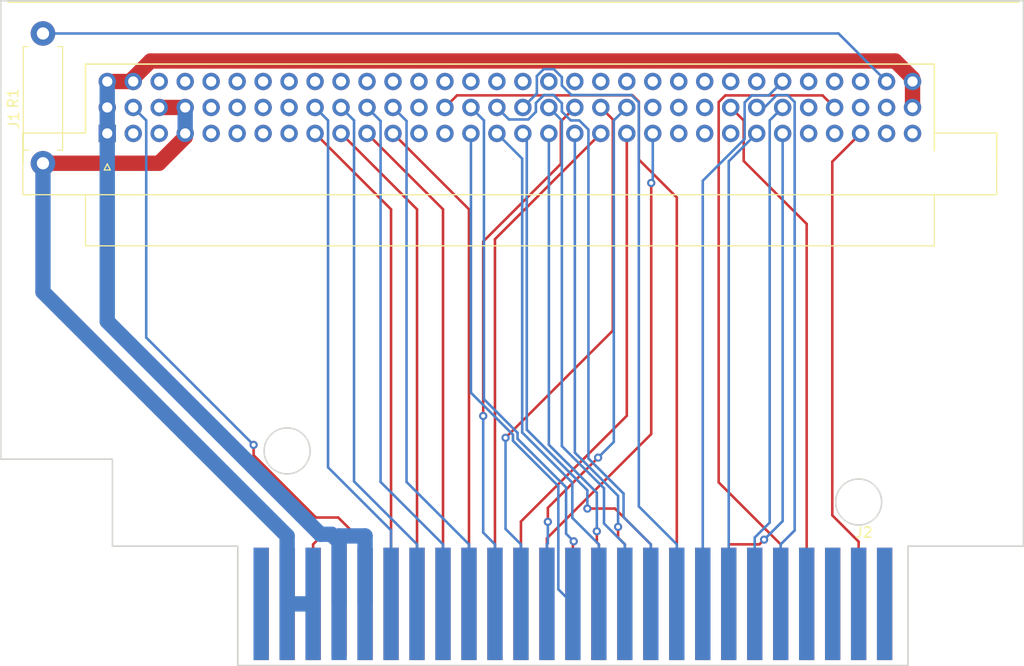
<source format=kicad_pcb>
(kicad_pcb (version 20171130) (host pcbnew "(5.1.5)-3")

  (general
    (thickness 1.6)
    (drawings 15)
    (tracks 229)
    (zones 0)
    (modules 3)
    (nets 38)
  )

  (page A4)
  (layers
    (0 F.Cu signal)
    (31 B.Cu signal)
    (32 B.Adhes user)
    (33 F.Adhes user)
    (34 B.Paste user)
    (35 F.Paste user)
    (36 B.SilkS user)
    (37 F.SilkS user)
    (38 B.Mask user)
    (39 F.Mask user)
    (40 Dwgs.User user)
    (41 Cmts.User user)
    (42 Eco1.User user)
    (43 Eco2.User user)
    (44 Edge.Cuts user)
    (45 Margin user)
    (46 B.CrtYd user)
    (47 F.CrtYd user)
    (48 B.Fab user)
    (49 F.Fab user)
  )

  (setup
    (last_trace_width 0.25)
    (user_trace_width 1.6)
    (user_trace_width 1.8)
    (user_trace_width 2)
    (trace_clearance 0.2)
    (zone_clearance 0.508)
    (zone_45_only no)
    (trace_min 0.2)
    (via_size 0.8)
    (via_drill 0.4)
    (via_min_size 0.4)
    (via_min_drill 0.3)
    (uvia_size 0.3)
    (uvia_drill 0.1)
    (uvias_allowed no)
    (uvia_min_size 0.2)
    (uvia_min_drill 0.1)
    (edge_width 0.05)
    (segment_width 0.2)
    (pcb_text_width 0.3)
    (pcb_text_size 1.5 1.5)
    (mod_edge_width 0.12)
    (mod_text_size 1 1)
    (mod_text_width 0.15)
    (pad_size 1.5 11)
    (pad_drill 0)
    (pad_to_mask_clearance 0.051)
    (solder_mask_min_width 0.25)
    (aux_axis_origin 0 0)
    (visible_elements 7FFFFFFF)
    (pcbplotparams
      (layerselection 0x010fc_ffffffff)
      (usegerberextensions false)
      (usegerberattributes false)
      (usegerberadvancedattributes false)
      (creategerberjobfile false)
      (excludeedgelayer true)
      (linewidth 0.100000)
      (plotframeref false)
      (viasonmask false)
      (mode 1)
      (useauxorigin false)
      (hpglpennumber 1)
      (hpglpenspeed 20)
      (hpglpendiameter 15.000000)
      (psnegative false)
      (psa4output false)
      (plotreference true)
      (plotvalue true)
      (plotinvisibletext false)
      (padsonsilk false)
      (subtractmaskfromsilk false)
      (outputformat 1)
      (mirror false)
      (drillshape 0)
      (scaleselection 1)
      (outputdirectory "gerber/"))
  )

  (net 0 "")
  (net 1 A10)
  (net 2 A6)
  (net 3 A8)
  (net 4 A13)
  (net 5 A0)
  (net 6 A2)
  (net 7 A4)
  (net 8 D0)
  (net 9 D2)
  (net 10 D4)
  (net 11 D6)
  (net 12 5V)
  (net 13 GND)
  (net 14 D7)
  (net 15 D5)
  (net 16 D3)
  (net 17 D1)
  (net 18 A5)
  (net 19 A3)
  (net 20 A1)
  (net 21 A12)
  (net 22 A7)
  (net 23 A11)
  (net 24 A9)
  (net 25 A15)
  (net 26 A14)
  (net 27 CLK)
  (net 28 INT01)
  (net 29 WR)
  (net 30 LIR)
  (net 31 RD)
  (net 32 IOE)
  (net 33 RESET)
  (net 34 BUSDIR)
  (net 35 SLOT)
  (net 36 "Net-(J2-Pad44)")
  (net 37 JVCREQ)

  (net_class Default "This is the default net class."
    (clearance 0.2)
    (trace_width 0.25)
    (via_dia 0.8)
    (via_drill 0.4)
    (uvia_dia 0.3)
    (uvia_drill 0.1)
    (add_net A0)
    (add_net A1)
    (add_net A10)
    (add_net A11)
    (add_net A12)
    (add_net A13)
    (add_net A14)
    (add_net A15)
    (add_net A2)
    (add_net A3)
    (add_net A4)
    (add_net A5)
    (add_net A6)
    (add_net A7)
    (add_net A8)
    (add_net A9)
    (add_net BUSDIR)
    (add_net CLK)
    (add_net D0)
    (add_net D1)
    (add_net D2)
    (add_net D3)
    (add_net D4)
    (add_net D5)
    (add_net D6)
    (add_net D7)
    (add_net INT01)
    (add_net IOE)
    (add_net JVCREQ)
    (add_net LIR)
    (add_net "Net-(J2-Pad44)")
    (add_net RD)
    (add_net RESET)
    (add_net SLOT)
    (add_net WR)
  )

  (net_class Power ""
    (clearance 0.4)
    (trace_width 1.5)
    (via_dia 2)
    (via_drill 1)
    (uvia_dia 0.3)
    (uvia_drill 0.1)
    (add_net 5V)
    (add_net GND)
  )

  (module Resistor_THT:R_Axial_DIN0411_L9.9mm_D3.6mm_P12.70mm_Horizontal (layer F.Cu) (tedit 5AE5139B) (tstamp 63AB1596)
    (at 123.126 92.9005 90)
    (descr "Resistor, Axial_DIN0411 series, Axial, Horizontal, pin pitch=12.7mm, 1W, length*diameter=9.9*3.6mm^2")
    (tags "Resistor Axial_DIN0411 series Axial Horizontal pin pitch 12.7mm 1W length 9.9mm diameter 3.6mm")
    (path /63AB4CCD)
    (fp_text reference R1 (at 6.35 -2.92 90) (layer F.SilkS)
      (effects (font (size 1 1) (thickness 0.15)))
    )
    (fp_text value 4k7 (at 6.35 2.92 90) (layer F.Fab)
      (effects (font (size 1 1) (thickness 0.15)))
    )
    (fp_text user %R (at 6.35 0 90) (layer F.Fab)
      (effects (font (size 1 1) (thickness 0.15)))
    )
    (fp_line (start 14.15 -2.05) (end -1.45 -2.05) (layer F.CrtYd) (width 0.05))
    (fp_line (start 14.15 2.05) (end 14.15 -2.05) (layer F.CrtYd) (width 0.05))
    (fp_line (start -1.45 2.05) (end 14.15 2.05) (layer F.CrtYd) (width 0.05))
    (fp_line (start -1.45 -2.05) (end -1.45 2.05) (layer F.CrtYd) (width 0.05))
    (fp_line (start 11.42 1.92) (end 11.42 1.44) (layer F.SilkS) (width 0.12))
    (fp_line (start 1.28 1.92) (end 11.42 1.92) (layer F.SilkS) (width 0.12))
    (fp_line (start 1.28 1.44) (end 1.28 1.92) (layer F.SilkS) (width 0.12))
    (fp_line (start 11.42 -1.92) (end 11.42 -1.44) (layer F.SilkS) (width 0.12))
    (fp_line (start 1.28 -1.92) (end 11.42 -1.92) (layer F.SilkS) (width 0.12))
    (fp_line (start 1.28 -1.44) (end 1.28 -1.92) (layer F.SilkS) (width 0.12))
    (fp_line (start 12.7 0) (end 11.3 0) (layer F.Fab) (width 0.1))
    (fp_line (start 0 0) (end 1.4 0) (layer F.Fab) (width 0.1))
    (fp_line (start 11.3 -1.8) (end 1.4 -1.8) (layer F.Fab) (width 0.1))
    (fp_line (start 11.3 1.8) (end 11.3 -1.8) (layer F.Fab) (width 0.1))
    (fp_line (start 1.4 1.8) (end 11.3 1.8) (layer F.Fab) (width 0.1))
    (fp_line (start 1.4 -1.8) (end 1.4 1.8) (layer F.Fab) (width 0.1))
    (pad 2 thru_hole oval (at 12.7 0 90) (size 2.4 2.4) (drill 1.2) (layers *.Cu *.Mask)
      (net 37 JVCREQ))
    (pad 1 thru_hole circle (at 0 0 90) (size 2.4 2.4) (drill 1.2) (layers *.Cu *.Mask)
      (net 12 5V))
    (model ${KISYS3DMOD}/Resistor_THT.3dshapes/R_Axial_DIN0411_L9.9mm_D3.6mm_P12.70mm_Horizontal.wrl
      (at (xyz 0 0 0))
      (scale (xyz 1 1 1))
      (rotate (xyz 0 0 0))
    )
  )

  (module Connector_DIN:Conn_DIN41612_B096F_mirrored (layer F.Cu) (tedit 63AB01B4) (tstamp 5FF90D91)
    (at 129.413 89.9795 90)
    (descr "DIN 41612 connector, family B, straight backplane part, 32 pins wide, full configuration")
    (tags "DIN 41512 IEC 60603 B straight backplane")
    (path /66FA9DBA)
    (fp_text reference J1 (at 1.27 -9.13 90) (layer F.SilkS)
      (effects (font (size 1 1) (thickness 0.15)))
    )
    (fp_text value DIN41612_03x32_ABC (at 1.27 88.17 90) (layer F.Fab)
      (effects (font (size 1 1) (thickness 0.15)))
    )
    (fp_line (start 0.04318 86.97) (end 0.04318 80.87) (layer F.SilkS) (width 0.12))
    (fp_line (start -11 -2.13) (end -6 -2.13) (layer F.SilkS) (width 0.12))
    (fp_line (start -11 80.87) (end -11 -2.13) (layer F.SilkS) (width 0.12))
    (fp_line (start -6 80.87) (end -11 80.87) (layer F.SilkS) (width 0.12))
    (fp_line (start -6 86.97) (end -2.88 86.97) (layer F.SilkS) (width 0.12))
    (fp_line (start -6 -8.255) (end -6 86.97) (layer F.SilkS) (width 0.12))
    (fp_line (start 0.04318 -8.255) (end -6 -8.255) (layer F.SilkS) (width 0.12))
    (fp_line (start 0.04318 -2.16662) (end 0.04318 -8.255) (layer F.SilkS) (width 0.12))
    (fp_line (start -6.05 -8.63) (end -6.05 87.37) (layer F.CrtYd) (width 0.05))
    (fp_line (start -6.05 87.37) (end 8.36 87.37) (layer F.CrtYd) (width 0.05))
    (fp_line (start 8.36 87.37) (end 8.36 -8.63) (layer F.CrtYd) (width 0.05))
    (fp_line (start 8.36 -8.63) (end -6.05 -8.63) (layer F.CrtYd) (width 0.05))
    (fp_line (start -1.705 -2.13) (end 6.785 -2.13) (layer F.Fab) (width 0.1))
    (fp_line (start 6.785 -2.13) (end 6.785 80.87) (layer F.Fab) (width 0.1))
    (fp_line (start 6.785 80.87) (end 1.245 80.87) (layer F.Fab) (width 0.1))
    (fp_line (start -1.705 80.87) (end -1.705 -2.13) (layer F.Fab) (width 0.1))
    (fp_line (start -2.98 0) (end -3.58 -0.3) (layer F.Fab) (width 0.12))
    (fp_line (start -3.58 -0.3) (end -3.58 0.3) (layer F.Fab) (width 0.12))
    (fp_line (start -3.58 0.3) (end -2.98 0) (layer F.Fab) (width 0.12))
    (fp_line (start -2.88 86.97) (end 0.04318 86.97) (layer F.SilkS) (width 0.15))
    (fp_line (start 6.785 80.87) (end 6.785 -2.13) (layer F.SilkS) (width 0.15))
    (fp_line (start 0.04318 -8.23) (end -2.88 -8.23) (layer F.SilkS) (width 0.15))
    (fp_line (start 0.04318 -2.13) (end 6.785 -2.13) (layer F.SilkS) (width 0.15))
    (fp_line (start 6.785 80.87) (end -1.705 80.87) (layer F.SilkS) (width 0.15))
    (fp_line (start -2.98 0) (end -3.58 -0.3) (layer F.SilkS) (width 0.12))
    (fp_line (start -3.58 -0.3) (end -3.58 0.3) (layer F.SilkS) (width 0.12))
    (fp_line (start -3.58 0.3) (end -2.98 0) (layer F.SilkS) (width 0.12))
    (fp_text user %R (at 1.27 39.37 90) (layer F.Fab)
      (effects (font (size 0.6 0.6) (thickness 0.07)))
    )
    (pad C32 thru_hole rect (at 0 0 90) (size 1.7 1.7) (drill 1) (layers *.Cu *.Mask)
      (net 13 GND))
    (pad B32 thru_hole circle (at 2.54 0 90) (size 1.7 1.7) (drill 1) (layers *.Cu *.Mask)
      (net 13 GND))
    (pad A32 thru_hole circle (at 5.08 0 90) (size 1.7 1.7) (drill 1) (layers *.Cu *.Mask)
      (net 13 GND))
    (pad C31 thru_hole circle (at 0 2.54 90) (size 1.7 1.7) (drill 1) (layers *.Cu *.Mask))
    (pad B31 thru_hole circle (at 2.54 2.54 90) (size 1.7 1.7) (drill 1) (layers *.Cu *.Mask)
      (net 27 CLK))
    (pad A31 thru_hole circle (at 5.08 2.54 90) (size 1.7 1.7) (drill 1) (layers *.Cu *.Mask)
      (net 13 GND))
    (pad C30 thru_hole circle (at 0 5.08 90) (size 1.7 1.7) (drill 1) (layers *.Cu *.Mask))
    (pad B30 thru_hole circle (at 2.54 5.08 90) (size 1.7 1.7) (drill 1) (layers *.Cu *.Mask)
      (net 12 5V))
    (pad A30 thru_hole circle (at 5.08 5.08 90) (size 1.7 1.7) (drill 1) (layers *.Cu *.Mask))
    (pad C29 thru_hole circle (at 0 7.62 90) (size 1.7 1.7) (drill 1) (layers *.Cu *.Mask)
      (net 12 5V))
    (pad B29 thru_hole circle (at 2.54 7.62 90) (size 1.7 1.7) (drill 1) (layers *.Cu *.Mask)
      (net 12 5V))
    (pad A29 thru_hole circle (at 5.08 7.62 90) (size 1.7 1.7) (drill 1) (layers *.Cu *.Mask))
    (pad C28 thru_hole circle (at 0 10.16 90) (size 1.7 1.7) (drill 1) (layers *.Cu *.Mask))
    (pad B28 thru_hole circle (at 2.54 10.16 90) (size 1.7 1.7) (drill 1) (layers *.Cu *.Mask))
    (pad A28 thru_hole circle (at 5.08 10.16 90) (size 1.7 1.7) (drill 1) (layers *.Cu *.Mask))
    (pad C27 thru_hole circle (at 0 12.7 90) (size 1.7 1.7) (drill 1) (layers *.Cu *.Mask))
    (pad B27 thru_hole circle (at 2.54 12.7 90) (size 1.7 1.7) (drill 1) (layers *.Cu *.Mask))
    (pad A27 thru_hole circle (at 5.08 12.7 90) (size 1.7 1.7) (drill 1) (layers *.Cu *.Mask))
    (pad C26 thru_hole circle (at 0 15.24 90) (size 1.7 1.7) (drill 1) (layers *.Cu *.Mask))
    (pad B26 thru_hole circle (at 2.54 15.24 90) (size 1.7 1.7) (drill 1) (layers *.Cu *.Mask))
    (pad A26 thru_hole circle (at 5.08 15.24 90) (size 1.7 1.7) (drill 1) (layers *.Cu *.Mask))
    (pad C25 thru_hole circle (at 0 17.78 90) (size 1.7 1.7) (drill 1) (layers *.Cu *.Mask))
    (pad B25 thru_hole circle (at 2.54 17.78 90) (size 1.7 1.7) (drill 1) (layers *.Cu *.Mask))
    (pad A25 thru_hole circle (at 5.08 17.78 90) (size 1.7 1.7) (drill 1) (layers *.Cu *.Mask))
    (pad C24 thru_hole circle (at 0 20.32 90) (size 1.7 1.7) (drill 1) (layers *.Cu *.Mask)
      (net 11 D6))
    (pad B24 thru_hole circle (at 2.54 20.32 90) (size 1.7 1.7) (drill 1) (layers *.Cu *.Mask)
      (net 14 D7))
    (pad A24 thru_hole circle (at 5.08 20.32 90) (size 1.7 1.7) (drill 1) (layers *.Cu *.Mask))
    (pad C23 thru_hole circle (at 0 22.86 90) (size 1.7 1.7) (drill 1) (layers *.Cu *.Mask)
      (net 10 D4))
    (pad B23 thru_hole circle (at 2.54 22.86 90) (size 1.7 1.7) (drill 1) (layers *.Cu *.Mask)
      (net 15 D5))
    (pad A23 thru_hole circle (at 5.08 22.86 90) (size 1.7 1.7) (drill 1) (layers *.Cu *.Mask))
    (pad C22 thru_hole circle (at 0 25.4 90) (size 1.7 1.7) (drill 1) (layers *.Cu *.Mask)
      (net 9 D2))
    (pad B22 thru_hole circle (at 2.54 25.4 90) (size 1.7 1.7) (drill 1) (layers *.Cu *.Mask)
      (net 16 D3))
    (pad A22 thru_hole circle (at 5.08 25.4 90) (size 1.7 1.7) (drill 1) (layers *.Cu *.Mask))
    (pad C21 thru_hole circle (at 0 27.94 90) (size 1.7 1.7) (drill 1) (layers *.Cu *.Mask)
      (net 8 D0))
    (pad B21 thru_hole circle (at 2.54 27.94 90) (size 1.7 1.7) (drill 1) (layers *.Cu *.Mask)
      (net 17 D1))
    (pad A21 thru_hole circle (at 5.08 27.94 90) (size 1.7 1.7) (drill 1) (layers *.Cu *.Mask))
    (pad C20 thru_hole circle (at 0 30.48 90) (size 1.7 1.7) (drill 1) (layers *.Cu *.Mask))
    (pad B20 thru_hole circle (at 2.54 30.48 90) (size 1.7 1.7) (drill 1) (layers *.Cu *.Mask))
    (pad A20 thru_hole circle (at 5.08 30.48 90) (size 1.7 1.7) (drill 1) (layers *.Cu *.Mask))
    (pad C19 thru_hole circle (at 0 33.02 90) (size 1.7 1.7) (drill 1) (layers *.Cu *.Mask))
    (pad B19 thru_hole circle (at 2.54 33.02 90) (size 1.7 1.7) (drill 1) (layers *.Cu *.Mask)
      (net 25 A15))
    (pad A19 thru_hole circle (at 5.08 33.02 90) (size 1.7 1.7) (drill 1) (layers *.Cu *.Mask))
    (pad C18 thru_hole circle (at 0 35.56 90) (size 1.7 1.7) (drill 1) (layers *.Cu *.Mask)
      (net 26 A14))
    (pad B18 thru_hole circle (at 2.54 35.56 90) (size 1.7 1.7) (drill 1) (layers *.Cu *.Mask)
      (net 4 A13))
    (pad A18 thru_hole circle (at 5.08 35.56 90) (size 1.7 1.7) (drill 1) (layers *.Cu *.Mask))
    (pad C17 thru_hole circle (at 0 38.1 90) (size 1.7 1.7) (drill 1) (layers *.Cu *.Mask)
      (net 21 A12))
    (pad B17 thru_hole circle (at 2.54 38.1 90) (size 1.7 1.7) (drill 1) (layers *.Cu *.Mask)
      (net 23 A11))
    (pad A17 thru_hole circle (at 5.08 38.1 90) (size 1.7 1.7) (drill 1) (layers *.Cu *.Mask))
    (pad C16 thru_hole circle (at 0 40.64 90) (size 1.7 1.7) (drill 1) (layers *.Cu *.Mask)
      (net 1 A10))
    (pad B16 thru_hole circle (at 2.54 40.64 90) (size 1.7 1.7) (drill 1) (layers *.Cu *.Mask)
      (net 24 A9))
    (pad A16 thru_hole circle (at 5.08 40.64 90) (size 1.7 1.7) (drill 1) (layers *.Cu *.Mask))
    (pad C15 thru_hole circle (at 0 43.18 90) (size 1.7 1.7) (drill 1) (layers *.Cu *.Mask)
      (net 3 A8))
    (pad B15 thru_hole circle (at 2.54 43.18 90) (size 1.7 1.7) (drill 1) (layers *.Cu *.Mask)
      (net 22 A7))
    (pad A15 thru_hole circle (at 5.08 43.18 90) (size 1.7 1.7) (drill 1) (layers *.Cu *.Mask))
    (pad C14 thru_hole circle (at 0 45.72 90) (size 1.7 1.7) (drill 1) (layers *.Cu *.Mask)
      (net 2 A6))
    (pad B14 thru_hole circle (at 2.54 45.72 90) (size 1.7 1.7) (drill 1) (layers *.Cu *.Mask)
      (net 18 A5))
    (pad A14 thru_hole circle (at 5.08 45.72 90) (size 1.7 1.7) (drill 1) (layers *.Cu *.Mask))
    (pad C13 thru_hole circle (at 0 48.26 90) (size 1.7 1.7) (drill 1) (layers *.Cu *.Mask)
      (net 7 A4))
    (pad B13 thru_hole circle (at 2.54 48.26 90) (size 1.7 1.7) (drill 1) (layers *.Cu *.Mask)
      (net 19 A3))
    (pad A13 thru_hole circle (at 5.08 48.26 90) (size 1.7 1.7) (drill 1) (layers *.Cu *.Mask))
    (pad C12 thru_hole circle (at 0 50.8 90) (size 1.7 1.7) (drill 1) (layers *.Cu *.Mask)
      (net 6 A2))
    (pad B12 thru_hole circle (at 2.54 50.8 90) (size 1.7 1.7) (drill 1) (layers *.Cu *.Mask)
      (net 20 A1))
    (pad A12 thru_hole circle (at 5.08 50.8 90) (size 1.7 1.7) (drill 1) (layers *.Cu *.Mask))
    (pad C11 thru_hole circle (at 0 53.34 90) (size 1.7 1.7) (drill 1) (layers *.Cu *.Mask)
      (net 5 A0))
    (pad B11 thru_hole circle (at 2.54 53.34 90) (size 1.7 1.7) (drill 1) (layers *.Cu *.Mask))
    (pad A11 thru_hole circle (at 5.08 53.34 90) (size 1.7 1.7) (drill 1) (layers *.Cu *.Mask))
    (pad C10 thru_hole circle (at 0 55.88 90) (size 1.7 1.7) (drill 1) (layers *.Cu *.Mask))
    (pad B10 thru_hole circle (at 2.54 55.88 90) (size 1.7 1.7) (drill 1) (layers *.Cu *.Mask))
    (pad A10 thru_hole circle (at 5.08 55.88 90) (size 1.7 1.7) (drill 1) (layers *.Cu *.Mask))
    (pad C9 thru_hole circle (at 0 58.42 90) (size 1.7 1.7) (drill 1) (layers *.Cu *.Mask))
    (pad B9 thru_hole circle (at 2.54 58.42 90) (size 1.7 1.7) (drill 1) (layers *.Cu *.Mask))
    (pad A9 thru_hole circle (at 5.08 58.42 90) (size 1.7 1.7) (drill 1) (layers *.Cu *.Mask))
    (pad C8 thru_hole circle (at 0 60.96 90) (size 1.7 1.7) (drill 1) (layers *.Cu *.Mask))
    (pad B8 thru_hole circle (at 2.54 60.96 90) (size 1.7 1.7) (drill 1) (layers *.Cu *.Mask)
      (net 28 INT01))
    (pad A8 thru_hole circle (at 5.08 60.96 90) (size 1.7 1.7) (drill 1) (layers *.Cu *.Mask))
    (pad C7 thru_hole circle (at 0 63.5 90) (size 1.7 1.7) (drill 1) (layers *.Cu *.Mask)
      (net 29 WR))
    (pad B7 thru_hole circle (at 2.54 63.5 90) (size 1.7 1.7) (drill 1) (layers *.Cu *.Mask)
      (net 30 LIR))
    (pad A7 thru_hole circle (at 5.08 63.5 90) (size 1.7 1.7) (drill 1) (layers *.Cu *.Mask))
    (pad C6 thru_hole circle (at 0 66.04 90) (size 1.7 1.7) (drill 1) (layers *.Cu *.Mask)
      (net 31 RD))
    (pad B6 thru_hole circle (at 2.54 66.04 90) (size 1.7 1.7) (drill 1) (layers *.Cu *.Mask)
      (net 32 IOE))
    (pad A6 thru_hole circle (at 5.08 66.04 90) (size 1.7 1.7) (drill 1) (layers *.Cu *.Mask)
      (net 33 RESET))
    (pad C5 thru_hole circle (at 0 68.58 90) (size 1.7 1.7) (drill 1) (layers *.Cu *.Mask))
    (pad B5 thru_hole circle (at 2.54 68.58 90) (size 1.7 1.7) (drill 1) (layers *.Cu *.Mask))
    (pad A5 thru_hole circle (at 5.08 68.58 90) (size 1.7 1.7) (drill 1) (layers *.Cu *.Mask))
    (pad C4 thru_hole circle (at 0 71.12 90) (size 1.7 1.7) (drill 1) (layers *.Cu *.Mask))
    (pad B4 thru_hole circle (at 2.54 71.12 90) (size 1.7 1.7) (drill 1) (layers *.Cu *.Mask)
      (net 34 BUSDIR))
    (pad A4 thru_hole circle (at 5.08 71.12 90) (size 1.7 1.7) (drill 1) (layers *.Cu *.Mask))
    (pad C3 thru_hole circle (at 0 73.66 90) (size 1.7 1.7) (drill 1) (layers *.Cu *.Mask)
      (net 35 SLOT))
    (pad B3 thru_hole circle (at 2.54 73.66 90) (size 1.7 1.7) (drill 1) (layers *.Cu *.Mask))
    (pad A3 thru_hole circle (at 5.08 73.66 90) (size 1.7 1.7) (drill 1) (layers *.Cu *.Mask))
    (pad C2 thru_hole circle (at 0 76.2 90) (size 1.7 1.7) (drill 1) (layers *.Cu *.Mask))
    (pad B2 thru_hole circle (at 2.54 76.2 90) (size 1.7 1.7) (drill 1) (layers *.Cu *.Mask))
    (pad A2 thru_hole circle (at 5.08 76.2 90) (size 1.7 1.7) (drill 1) (layers *.Cu *.Mask)
      (net 37 JVCREQ))
    (pad C1 thru_hole circle (at 0 78.74 90) (size 1.7 1.7) (drill 1) (layers *.Cu *.Mask))
    (pad B1 thru_hole circle (at 2.54 78.74 90) (size 1.7 1.7) (drill 1) (layers *.Cu *.Mask)
      (net 13 GND))
    (pad A1 thru_hole circle (at 5.08 78.74 90) (size 1.7 1.7) (drill 1) (layers *.Cu *.Mask)
      (net 13 GND))
    (model ${KISYS3DMOD}/Connectors_IEC_DIN.3dshapes/Conn_DIN41612_B064F.wrl
      (at (xyz 0 0 0))
      (scale (xyz 1 1 1))
      (rotate (xyz 0 0 0))
    )
  )

  (module "msx cartridge:msx_cartridge" (layer F.Cu) (tedit 63AB05FD) (tstamp 5FEBD6AC)
    (at 174.942 136.144)
    (path /6304BECE)
    (fp_text reference J2 (at 28.448 -7.112) (layer F.SilkS)
      (effects (font (size 1 1) (thickness 0.15)))
    )
    (fp_text value Conn_02x25_Odd_Even (at 0 -7.62) (layer F.Fab)
      (effects (font (size 1 1) (thickness 0.15)))
    )
    (pad 8 connect rect (at 22.86 -0.127) (size 1.5 11) (layers F.Cu F.Mask)
      (net 28 INT01))
    (pad 6 connect rect (at 25.4 -0.127) (size 1.5 11) (layers F.Cu F.Mask))
    (pad 4 connect rect (at 27.94 -0.127) (size 1.5 11) (layers F.Cu F.Mask)
      (net 35 SLOT))
    (pad 2 connect rect (at 30.48 -0.127) (size 1.5 11) (layers F.Cu F.Mask))
    (pad 10 connect rect (at 20.32 -0.127) (size 1.5 11) (layers F.Cu F.Mask)
      (net 34 BUSDIR))
    (pad 12 connect rect (at 17.78 -0.127) (size 1.5 11) (layers F.Cu F.Mask))
    (pad 14 connect rect (at 15.24 -0.127) (size 1.5 11) (layers F.Cu F.Mask)
      (net 31 RD))
    (pad 16 connect rect (at 12.7 -0.127) (size 1.5 11) (layers F.Cu F.Mask))
    (pad 18 connect rect (at 10.16 -0.127) (size 1.5 11) (layers F.Cu F.Mask)
      (net 25 A15))
    (pad 20 connect rect (at 7.62 -0.127) (size 1.5 11) (layers F.Cu F.Mask)
      (net 1 A10))
    (pad 22 connect rect (at 5.08 -0.127) (size 1.5 11) (layers F.Cu F.Mask)
      (net 2 A6))
    (pad 24 connect rect (at 2.54 -0.127) (size 1.5 11) (layers F.Cu F.Mask)
      (net 3 A8))
    (pad 26 connect rect (at 0 -0.127) (size 1.5 11) (layers F.Cu F.Mask)
      (net 4 A13))
    (pad 28 connect rect (at -2.54 -0.127) (size 1.5 11) (layers F.Cu F.Mask)
      (net 5 A0))
    (pad 30 connect rect (at -5.08 -0.127) (size 1.5 11) (layers F.Cu F.Mask)
      (net 6 A2))
    (pad 32 connect rect (at -7.62 -0.127) (size 1.5 11) (layers F.Cu F.Mask)
      (net 7 A4))
    (pad 34 connect rect (at -10.16 -0.127) (size 1.5 11) (layers F.Cu F.Mask)
      (net 8 D0))
    (pad 36 connect rect (at -12.7 -0.127) (size 1.5 11) (layers F.Cu F.Mask)
      (net 9 D2))
    (pad 38 connect rect (at -15.24 -0.127) (size 1.5 11) (layers F.Cu F.Mask)
      (net 10 D4))
    (pad 40 connect rect (at -17.78 -0.127) (size 1.5 11) (layers F.Cu F.Mask)
      (net 11 D6))
    (pad 42 connect rect (at -20.32 -0.127) (size 1.5 11) (layers F.Cu F.Mask)
      (net 27 CLK))
    (pad 44 connect rect (at -22.86 -0.52324) (size 1.5 11) (layers F.Cu F.Mask)
      (net 36 "Net-(J2-Pad44)"))
    (pad 46 connect rect (at -25.4 -0.127) (size 1.5 11) (layers F.Cu F.Mask)
      (net 36 "Net-(J2-Pad44)"))
    (pad 48 connect rect (at -27.94 -0.127) (size 1.5 11) (layers F.Cu F.Mask))
    (pad 50 connect rect (at -30.48 -0.127) (size 1.5 11) (layers F.Cu F.Mask))
    (pad 49 connect rect (at -30.48 -0.127) (size 1.5 11) (layers B.Cu B.Mask))
    (pad 47 connect rect (at -27.94 -0.127) (size 1.5 11) (layers B.Cu B.Mask)
      (net 12 5V))
    (pad 45 connect rect (at -25.4 -0.127) (size 1.5 11) (layers B.Cu B.Mask)
      (net 12 5V))
    (pad 43 connect rect (at -22.86 -0.127) (size 1.5 11) (layers B.Cu B.Mask)
      (net 13 GND))
    (pad 41 connect rect (at -20.32 -0.127) (size 1.5 11) (layers B.Cu B.Mask)
      (net 13 GND))
    (pad 39 connect rect (at -17.78 -0.127) (size 1.5 11) (layers B.Cu B.Mask)
      (net 14 D7))
    (pad 37 connect rect (at -15.24 -0.127) (size 1.5 11) (layers B.Cu B.Mask)
      (net 15 D5))
    (pad 35 connect rect (at -12.7 -0.127) (size 1.5 11) (layers B.Cu B.Mask)
      (net 16 D3))
    (pad 33 connect rect (at -10.16 -0.127) (size 1.5 11) (layers B.Cu B.Mask)
      (net 17 D1))
    (pad 31 connect rect (at -7.62 -0.127) (size 1.5 11) (layers B.Cu B.Mask)
      (net 18 A5))
    (pad 29 connect rect (at -5.08 -0.127) (size 1.5 11) (layers B.Cu B.Mask)
      (net 19 A3))
    (pad 27 connect rect (at -2.54 -0.127) (size 1.5 11) (layers B.Cu B.Mask)
      (net 20 A1))
    (pad 25 connect rect (at 0 -0.127) (size 1.5 11) (layers B.Cu B.Mask)
      (net 26 A14))
    (pad 23 connect rect (at 2.54 -0.127) (size 1.5 11) (layers B.Cu B.Mask)
      (net 21 A12))
    (pad 21 connect rect (at 5.08 -0.127) (size 1.5 11) (layers B.Cu B.Mask)
      (net 22 A7))
    (pad 19 connect rect (at 7.62 -0.127) (size 1.5 11) (layers B.Cu B.Mask)
      (net 23 A11))
    (pad 17 connect rect (at 10.16 -0.127) (size 1.5 11) (layers B.Cu B.Mask)
      (net 24 A9))
    (pad 15 connect rect (at 12.7 -0.127) (size 1.5 11) (layers B.Cu B.Mask)
      (net 33 RESET))
    (pad 13 connect rect (at 15.24 -0.127) (size 1.5 11) (layers B.Cu B.Mask)
      (net 29 WR))
    (pad 11 connect rect (at 17.78 -0.127) (size 1.5 11) (layers B.Cu B.Mask)
      (net 32 IOE))
    (pad 9 connect rect (at 20.32 -0.127) (size 1.5 11) (layers B.Cu B.Mask)
      (net 30 LIR))
    (pad 7 connect rect (at 22.86 -0.127) (size 1.5 11) (layers B.Cu B.Mask))
    (pad 5 connect rect (at 25.4 -0.127) (size 1.5 11) (layers B.Cu B.Mask))
    (pad 3 connect rect (at 27.94 -0.127) (size 1.5 11) (layers B.Cu B.Mask))
    (pad 1 connect rect (at 30.48 -0.127) (size 1.5 11) (layers B.Cu B.Mask))
  )

  (gr_line (start 119.6975 77.1525) (end 218.567 77.1525) (layer F.SilkS) (width 0.12))
  (gr_line (start 129.921 121.8565) (end 119 121.8565) (layer Edge.Cuts) (width 0.15))
  (gr_line (start 129.921 130.3655) (end 129.921 121.8565) (layer Edge.Cuts) (width 0.15))
  (gr_circle (center 202.8825 126.049) (end 205.1325 126.049) (layer Edge.Cuts) (width 0.15) (tstamp 5FEB485F))
  (gr_line (start 207.7085 130.3655) (end 207.7085 142.0495) (angle 90) (layer Edge.Cuts) (width 0.15) (tstamp 5FEB4868))
  (gr_line (start 207.4545 142.0495) (end 142.4305 142.0495) (angle 90) (layer Edge.Cuts) (width 0.15) (tstamp 5FEB4867))
  (gr_line (start 142.1765 142.0495) (end 142.1765 130.3655) (angle 90) (layer Edge.Cuts) (width 0.15) (tstamp 5FEB4866))
  (gr_line (start 119 77) (end 219 77) (angle 90) (layer Edge.Cuts) (width 0.15) (tstamp 5FEB4864))
  (gr_line (start 142.1765 130.3655) (end 129.921 130.3655) (angle 90) (layer Edge.Cuts) (width 0.15) (tstamp 5FEB4863))
  (gr_line (start 142.1765 142.0495) (end 142.4305 142.0495) (angle 90) (layer Edge.Cuts) (width 0.15) (tstamp 5FEB4862))
  (gr_line (start 207.7085 142.0495) (end 207.4545 142.0495) (angle 90) (layer Edge.Cuts) (width 0.15) (tstamp 5FEB4861))
  (gr_line (start 219 77) (end 219 130.3655) (angle 90) (layer Edge.Cuts) (width 0.15) (tstamp 5FEB4860))
  (gr_circle (center 147 121.049) (end 149.25 121.049) (layer Edge.Cuts) (width 0.15) (tstamp 5FEB485E))
  (gr_line (start 119 121.8565) (end 119 77) (angle 90) (layer Edge.Cuts) (width 0.15) (tstamp 5FEB485D))
  (gr_line (start 207.7085 130.3655) (end 219 130.3655) (angle 90) (layer Edge.Cuts) (width 0.15) (tstamp 5FEB485C))

  (segment (start 170.053 89.9795) (end 170.4338 90.3603) (width 0.25) (layer B.Cu) (net 1))
  (segment (start 170.4338 90.3603) (end 170.4338 118.9694) (width 0.25) (layer B.Cu) (net 1))
  (segment (start 170.4338 118.9694) (end 176.357 124.8926) (width 0.25) (layer B.Cu) (net 1))
  (segment (start 176.357 124.8926) (end 176.357 126.691) (width 0.25) (layer B.Cu) (net 1))
  (segment (start 182.562 130.1917) (end 179.0613 126.691) (width 0.25) (layer F.Cu) (net 1))
  (segment (start 179.0613 126.691) (end 176.357 126.691) (width 0.25) (layer F.Cu) (net 1))
  (segment (start 182.562 136.017) (end 182.562 130.1917) (width 0.25) (layer F.Cu) (net 1))
  (via (at 176.357 126.691) (size 0.8) (layers F.Cu B.Cu) (net 1))
  (segment (start 180.022 130.1917) (end 179.361 129.5307) (width 0.25) (layer F.Cu) (net 2))
  (segment (start 179.361 129.5307) (end 179.361 128.4808) (width 0.25) (layer F.Cu) (net 2))
  (segment (start 175.133 89.9795) (end 175.133 121.2141) (width 0.25) (layer B.Cu) (net 2))
  (segment (start 175.133 121.2141) (end 179.361 125.4421) (width 0.25) (layer B.Cu) (net 2))
  (segment (start 179.361 125.4421) (end 179.361 128.4808) (width 0.25) (layer B.Cu) (net 2))
  (segment (start 180.022 136.017) (end 180.022 130.1917) (width 0.25) (layer F.Cu) (net 2))
  (via (at 179.361 128.4808) (size 0.8) (layers F.Cu B.Cu) (net 2))
  (segment (start 177.482 136.017) (end 177.482 130.1917) (width 0.25) (layer F.Cu) (net 3))
  (segment (start 177.482 130.1917) (end 177.2832 129.9929) (width 0.25) (layer F.Cu) (net 3))
  (segment (start 177.2832 129.9929) (end 177.2832 128.9123) (width 0.25) (layer F.Cu) (net 3))
  (segment (start 172.593 89.9795) (end 172.593 120.4451) (width 0.25) (layer B.Cu) (net 3))
  (segment (start 172.593 120.4451) (end 177.2832 125.1353) (width 0.25) (layer B.Cu) (net 3))
  (segment (start 177.2832 125.1353) (end 177.2832 128.9123) (width 0.25) (layer B.Cu) (net 3))
  (via (at 177.2832 128.9123) (size 0.8) (layers F.Cu B.Cu) (net 3))
  (segment (start 175.0251 129.8956) (end 174.2765 129.147) (width 0.25) (layer B.Cu) (net 4))
  (segment (start 174.2765 129.147) (end 174.2765 124.6113) (width 0.25) (layer B.Cu) (net 4))
  (segment (start 174.2765 124.6113) (end 169.5332 119.868) (width 0.25) (layer B.Cu) (net 4))
  (segment (start 169.5332 119.868) (end 169.5332 119.2762) (width 0.25) (layer B.Cu) (net 4))
  (segment (start 169.5332 119.2762) (end 166.243 115.986) (width 0.25) (layer B.Cu) (net 4))
  (segment (start 166.243 115.986) (end 166.243 88.7095) (width 0.25) (layer B.Cu) (net 4))
  (segment (start 166.243 88.7095) (end 164.973 87.4395) (width 0.25) (layer B.Cu) (net 4))
  (segment (start 174.942 136.017) (end 174.942 130.1917) (width 0.25) (layer F.Cu) (net 4))
  (segment (start 174.942 130.1917) (end 175.0251 130.1086) (width 0.25) (layer F.Cu) (net 4))
  (segment (start 175.0251 130.1086) (end 175.0251 129.8956) (width 0.25) (layer F.Cu) (net 4))
  (via (at 175.0251 129.8956) (size 0.8) (layers F.Cu B.Cu) (net 4))
  (segment (start 182.6021 94.8277) (end 182.753 94.6768) (width 0.25) (layer B.Cu) (net 5))
  (segment (start 182.753 94.6768) (end 182.753 89.9795) (width 0.25) (layer B.Cu) (net 5))
  (segment (start 172.402 136.017) (end 172.402 129.6024) (width 0.25) (layer F.Cu) (net 5))
  (segment (start 172.402 129.6024) (end 182.6021 119.4023) (width 0.25) (layer F.Cu) (net 5))
  (segment (start 182.6021 119.4023) (end 182.6021 94.8277) (width 0.25) (layer F.Cu) (net 5))
  (via (at 182.6021 94.8277) (size 0.8) (layers F.Cu B.Cu) (net 5))
  (segment (start 180.213 89.9795) (end 180.213 117.6082) (width 0.25) (layer F.Cu) (net 6))
  (segment (start 180.213 117.6082) (end 169.862 127.9592) (width 0.25) (layer F.Cu) (net 6))
  (segment (start 169.862 127.9592) (end 169.862 136.017) (width 0.25) (layer F.Cu) (net 6))
  (segment (start 167.322 136.017) (end 167.322 130.1917) (width 0.25) (layer F.Cu) (net 7))
  (segment (start 177.673 89.9795) (end 167.322 100.3305) (width 0.25) (layer F.Cu) (net 7))
  (segment (start 167.322 100.3305) (end 167.322 130.1917) (width 0.25) (layer F.Cu) (net 7))
  (segment (start 164.782 136.017) (end 164.782 97.4085) (width 0.25) (layer F.Cu) (net 8))
  (segment (start 164.782 97.4085) (end 157.353 89.9795) (width 0.25) (layer F.Cu) (net 8))
  (segment (start 154.813 89.9795) (end 162.242 97.4085) (width 0.25) (layer F.Cu) (net 9))
  (segment (start 162.242 97.4085) (end 162.242 136.017) (width 0.25) (layer F.Cu) (net 9))
  (segment (start 152.273 89.9795) (end 159.702 97.4085) (width 0.25) (layer F.Cu) (net 10))
  (segment (start 159.702 97.4085) (end 159.702 136.017) (width 0.25) (layer F.Cu) (net 10))
  (segment (start 149.733 89.9795) (end 157.162 97.4085) (width 0.25) (layer F.Cu) (net 11))
  (segment (start 157.162 97.4085) (end 157.162 136.017) (width 0.25) (layer F.Cu) (net 11))
  (segment (start 123.126 92.9005) (end 134.4684 92.9005) (width 1.5) (layer F.Cu) (net 12))
  (segment (start 134.4684 92.9005) (end 137.033 90.3359) (width 1.5) (layer F.Cu) (net 12))
  (segment (start 137.033 90.3359) (end 137.033 89.9795) (width 1.5) (layer F.Cu) (net 12))
  (segment (start 137.033 87.4395) (end 134.493 87.4395) (width 1.5) (layer F.Cu) (net 12))
  (segment (start 137.033 87.4395) (end 137.033 89.9795) (width 1.5) (layer B.Cu) (net 12))
  (segment (start 147.002 136.017) (end 147.002 129.3667) (width 1.5) (layer B.Cu) (net 12))
  (segment (start 147.002 129.3667) (end 123.126 105.4907) (width 1.5) (layer B.Cu) (net 12))
  (segment (start 123.126 105.4907) (end 123.126 92.9005) (width 1.5) (layer B.Cu) (net 12))
  (segment (start 149.542 136.017) (end 147.002 136.017) (width 1.5) (layer B.Cu) (net 12))
  (segment (start 208.153 84.8995) (end 208.153 87.4395) (width 1.5) (layer F.Cu) (net 13))
  (segment (start 131.953 84.8995) (end 131.953 84.582) (width 1.5) (layer F.Cu) (net 13))
  (segment (start 131.953 84.582) (end 133.642 82.893) (width 1.5) (layer F.Cu) (net 13))
  (segment (start 133.642 82.893) (end 206.4652 82.893) (width 1.5) (layer F.Cu) (net 13))
  (segment (start 206.4652 82.893) (end 208.153 84.5808) (width 1.5) (layer F.Cu) (net 13))
  (segment (start 208.153 84.5808) (end 208.153 84.8995) (width 1.5) (layer F.Cu) (net 13))
  (segment (start 129.413 89.9795) (end 129.413 87.4395) (width 1.5) (layer B.Cu) (net 13))
  (segment (start 152.082 129.9544) (end 151.3332 129.2056) (width 1.5) (layer B.Cu) (net 13))
  (segment (start 151.3332 129.2056) (end 150.2462 129.2056) (width 1.5) (layer B.Cu) (net 13))
  (segment (start 150.2462 129.2056) (end 129.413 108.3724) (width 1.5) (layer B.Cu) (net 13))
  (segment (start 129.413 108.3724) (end 129.413 89.9795) (width 1.5) (layer B.Cu) (net 13))
  (segment (start 131.953 84.8995) (end 129.413 84.8995) (width 1.5) (layer F.Cu) (net 13))
  (segment (start 129.413 84.8995) (end 129.413 87.4395) (width 1.5) (layer B.Cu) (net 13))
  (segment (start 152.082 129.9544) (end 152.082 129.3667) (width 1.5) (layer B.Cu) (net 13))
  (segment (start 152.082 136.017) (end 152.082 129.9544) (width 1.5) (layer B.Cu) (net 13))
  (segment (start 154.622 136.017) (end 154.622 129.3667) (width 1.5) (layer B.Cu) (net 13))
  (segment (start 154.622 129.3667) (end 152.082 129.3667) (width 1.5) (layer B.Cu) (net 13))
  (segment (start 149.733 87.4395) (end 151.003 88.7095) (width 0.25) (layer B.Cu) (net 14))
  (segment (start 151.003 88.7095) (end 151.003 122.6588) (width 0.25) (layer B.Cu) (net 14))
  (segment (start 151.003 122.6588) (end 157.162 128.8178) (width 0.25) (layer B.Cu) (net 14))
  (segment (start 157.162 128.8178) (end 157.162 130.1917) (width 0.25) (layer B.Cu) (net 14))
  (segment (start 157.162 136.017) (end 157.162 130.1917) (width 0.25) (layer B.Cu) (net 14))
  (segment (start 159.702 136.017) (end 159.702 130.1917) (width 0.25) (layer B.Cu) (net 15))
  (segment (start 159.702 130.1917) (end 153.543 124.0327) (width 0.25) (layer B.Cu) (net 15))
  (segment (start 153.543 124.0327) (end 153.543 88.7095) (width 0.25) (layer B.Cu) (net 15))
  (segment (start 153.543 88.7095) (end 152.273 87.4395) (width 0.25) (layer B.Cu) (net 15))
  (segment (start 162.242 130.1917) (end 156.1375 124.0872) (width 0.25) (layer B.Cu) (net 16))
  (segment (start 156.1375 124.0872) (end 156.1375 88.764) (width 0.25) (layer B.Cu) (net 16))
  (segment (start 156.1375 88.764) (end 154.813 87.4395) (width 0.25) (layer B.Cu) (net 16))
  (segment (start 162.242 136.017) (end 162.242 130.1917) (width 0.25) (layer B.Cu) (net 16))
  (segment (start 164.782 130.1917) (end 158.6775 124.0872) (width 0.25) (layer B.Cu) (net 17))
  (segment (start 158.6775 124.0872) (end 158.6775 88.764) (width 0.25) (layer B.Cu) (net 17))
  (segment (start 158.6775 88.764) (end 157.353 87.4395) (width 0.25) (layer B.Cu) (net 17))
  (segment (start 164.782 136.017) (end 164.782 130.1917) (width 0.25) (layer B.Cu) (net 17))
  (segment (start 166.1719 117.6264) (end 166.1719 100.5596) (width 0.25) (layer F.Cu) (net 18))
  (segment (start 166.1719 100.5596) (end 173.7684 92.9631) (width 0.25) (layer F.Cu) (net 18))
  (segment (start 173.7684 92.9631) (end 173.7684 88.8041) (width 0.25) (layer F.Cu) (net 18))
  (segment (start 173.7684 88.8041) (end 175.133 87.4395) (width 0.25) (layer F.Cu) (net 18))
  (segment (start 167.322 130.1917) (end 166.1719 129.0416) (width 0.25) (layer B.Cu) (net 18))
  (segment (start 166.1719 129.0416) (end 166.1719 117.6264) (width 0.25) (layer B.Cu) (net 18))
  (segment (start 167.322 136.017) (end 167.322 130.1917) (width 0.25) (layer B.Cu) (net 18))
  (via (at 166.1719 117.6264) (size 0.8) (layers F.Cu B.Cu) (net 18))
  (segment (start 169.862 136.017) (end 169.862 130.1917) (width 0.25) (layer B.Cu) (net 19))
  (segment (start 168.3576 119.7633) (end 178.8484 109.2725) (width 0.25) (layer F.Cu) (net 19))
  (segment (start 178.8484 109.2725) (end 178.8484 88.6149) (width 0.25) (layer F.Cu) (net 19))
  (segment (start 178.8484 88.6149) (end 177.673 87.4395) (width 0.25) (layer F.Cu) (net 19))
  (segment (start 169.862 130.1917) (end 168.3576 128.6873) (width 0.25) (layer B.Cu) (net 19))
  (segment (start 168.3576 128.6873) (end 168.3576 119.7633) (width 0.25) (layer B.Cu) (net 19))
  (via (at 168.3576 119.7633) (size 0.8) (layers F.Cu B.Cu) (net 19))
  (segment (start 172.4936 127.9857) (end 172.4936 126.6169) (width 0.25) (layer F.Cu) (net 20))
  (segment (start 172.4936 126.6169) (end 177.4068 121.7037) (width 0.25) (layer F.Cu) (net 20))
  (segment (start 180.213 87.4395) (end 178.943 88.7095) (width 0.25) (layer B.Cu) (net 20))
  (segment (start 178.943 88.7095) (end 178.943 120.1675) (width 0.25) (layer B.Cu) (net 20))
  (segment (start 178.943 120.1675) (end 177.4068 121.7037) (width 0.25) (layer B.Cu) (net 20))
  (segment (start 172.402 130.1917) (end 172.4936 130.1001) (width 0.25) (layer B.Cu) (net 20))
  (segment (start 172.4936 130.1001) (end 172.4936 127.9857) (width 0.25) (layer B.Cu) (net 20))
  (segment (start 172.402 136.017) (end 172.402 130.1917) (width 0.25) (layer B.Cu) (net 20))
  (via (at 177.4068 121.7037) (size 0.8) (layers F.Cu B.Cu) (net 20))
  (via (at 172.4936 127.9857) (size 0.8) (layers F.Cu B.Cu) (net 20))
  (segment (start 177.482 130.1917) (end 174.8859 127.5956) (width 0.25) (layer B.Cu) (net 21))
  (segment (start 174.8859 127.5956) (end 174.8859 124.1516) (width 0.25) (layer B.Cu) (net 21))
  (segment (start 174.8859 124.1516) (end 169.9835 119.2492) (width 0.25) (layer B.Cu) (net 21))
  (segment (start 169.9835 119.2492) (end 169.9835 92.45) (width 0.25) (layer B.Cu) (net 21))
  (segment (start 169.9835 92.45) (end 167.513 89.9795) (width 0.25) (layer B.Cu) (net 21))
  (segment (start 177.482 136.017) (end 177.482 130.1917) (width 0.25) (layer B.Cu) (net 21))
  (segment (start 180.022 130.1917) (end 177.9829 128.1526) (width 0.25) (layer B.Cu) (net 22))
  (segment (start 177.9829 128.1526) (end 177.9829 124.7009) (width 0.25) (layer B.Cu) (net 22))
  (segment (start 177.9829 124.7009) (end 173.863 120.581) (width 0.25) (layer B.Cu) (net 22))
  (segment (start 173.863 120.581) (end 173.863 88.7095) (width 0.25) (layer B.Cu) (net 22))
  (segment (start 173.863 88.7095) (end 172.593 87.4395) (width 0.25) (layer B.Cu) (net 22))
  (segment (start 180.022 136.017) (end 180.022 130.1917) (width 0.25) (layer B.Cu) (net 22))
  (segment (start 182.562 130.1917) (end 179.8964 127.5261) (width 0.25) (layer B.Cu) (net 23))
  (segment (start 179.8964 127.5261) (end 179.8964 125.2222) (width 0.25) (layer B.Cu) (net 23))
  (segment (start 179.8964 125.2222) (end 176.462 121.7878) (width 0.25) (layer B.Cu) (net 23))
  (segment (start 176.462 121.7878) (end 176.462 89.6075) (width 0.25) (layer B.Cu) (net 23))
  (segment (start 176.462 89.6075) (end 175.564 88.7095) (width 0.25) (layer B.Cu) (net 23))
  (segment (start 175.564 88.7095) (end 174.7366 88.7095) (width 0.25) (layer B.Cu) (net 23))
  (segment (start 174.7366 88.7095) (end 173.863 87.8359) (width 0.25) (layer B.Cu) (net 23))
  (segment (start 173.863 87.8359) (end 173.863 87.027) (width 0.25) (layer B.Cu) (net 23))
  (segment (start 173.863 87.027) (end 173.0579 86.2219) (width 0.25) (layer B.Cu) (net 23))
  (segment (start 173.0579 86.2219) (end 172.11 86.2219) (width 0.25) (layer B.Cu) (net 23))
  (segment (start 172.11 86.2219) (end 171.3236 87.0083) (width 0.25) (layer B.Cu) (net 23))
  (segment (start 171.3236 87.0083) (end 171.3236 87.8699) (width 0.25) (layer B.Cu) (net 23))
  (segment (start 171.3236 87.8699) (end 170.5786 88.6149) (width 0.25) (layer B.Cu) (net 23))
  (segment (start 170.5786 88.6149) (end 168.6884 88.6149) (width 0.25) (layer B.Cu) (net 23))
  (segment (start 168.6884 88.6149) (end 167.513 87.4395) (width 0.25) (layer B.Cu) (net 23))
  (segment (start 182.562 136.017) (end 182.562 130.1917) (width 0.25) (layer B.Cu) (net 23))
  (segment (start 185.102 136.017) (end 185.102 130.1917) (width 0.25) (layer B.Cu) (net 24))
  (segment (start 185.102 130.1917) (end 181.3885 126.4782) (width 0.25) (layer B.Cu) (net 24))
  (segment (start 181.3885 126.4782) (end 181.3885 86.9479) (width 0.25) (layer B.Cu) (net 24))
  (segment (start 181.3885 86.9479) (end 180.6627 86.2221) (width 0.25) (layer B.Cu) (net 24))
  (segment (start 180.6627 86.2221) (end 174.7913 86.2221) (width 0.25) (layer B.Cu) (net 24))
  (segment (start 174.7913 86.2221) (end 173.863 85.2938) (width 0.25) (layer B.Cu) (net 24))
  (segment (start 173.863 85.2938) (end 173.863 84.4789) (width 0.25) (layer B.Cu) (net 24))
  (segment (start 173.863 84.4789) (end 173.0754 83.6913) (width 0.25) (layer B.Cu) (net 24))
  (segment (start 173.0754 83.6913) (end 172.0891 83.6913) (width 0.25) (layer B.Cu) (net 24))
  (segment (start 172.0891 83.6913) (end 171.4176 84.3628) (width 0.25) (layer B.Cu) (net 24))
  (segment (start 171.4176 84.3628) (end 171.4176 86.0749) (width 0.25) (layer B.Cu) (net 24))
  (segment (start 171.4176 86.0749) (end 170.053 87.4395) (width 0.25) (layer B.Cu) (net 24))
  (segment (start 185.102 136.017) (end 185.102 96.2511) (width 0.25) (layer F.Cu) (net 25))
  (segment (start 185.102 96.2511) (end 181.3884 92.5375) (width 0.25) (layer F.Cu) (net 25))
  (segment (start 181.3884 92.5375) (end 181.3884 86.866) (width 0.25) (layer F.Cu) (net 25))
  (segment (start 181.3884 86.866) (end 180.779 86.2566) (width 0.25) (layer F.Cu) (net 25))
  (segment (start 180.779 86.2566) (end 163.6159 86.2566) (width 0.25) (layer F.Cu) (net 25))
  (segment (start 163.6159 86.2566) (end 162.433 87.4395) (width 0.25) (layer F.Cu) (net 25))
  (segment (start 174.942 136.017) (end 173.5188 134.5938) (width 0.25) (layer B.Cu) (net 26))
  (segment (start 173.5188 134.5938) (end 173.5188 124.4905) (width 0.25) (layer B.Cu) (net 26))
  (segment (start 173.5188 124.4905) (end 169.0829 120.0546) (width 0.25) (layer B.Cu) (net 26))
  (segment (start 169.0829 120.0546) (end 169.0829 119.4628) (width 0.25) (layer B.Cu) (net 26))
  (segment (start 169.0829 119.4628) (end 164.973 115.3529) (width 0.25) (layer B.Cu) (net 26))
  (segment (start 164.973 115.3529) (end 164.973 89.9795) (width 0.25) (layer B.Cu) (net 26))
  (segment (start 143.7231 120.4585) (end 143.7231 121.4689) (width 0.25) (layer F.Cu) (net 27))
  (segment (start 143.7231 121.4689) (end 149.8206 127.5664) (width 0.25) (layer F.Cu) (net 27))
  (segment (start 149.8206 127.5664) (end 151.9967 127.5664) (width 0.25) (layer F.Cu) (net 27))
  (segment (start 151.9967 127.5664) (end 154.622 130.1917) (width 0.25) (layer F.Cu) (net 27))
  (segment (start 154.622 136.017) (end 154.622 130.1917) (width 0.25) (layer F.Cu) (net 27))
  (segment (start 131.953 87.4395) (end 133.223 88.7095) (width 0.25) (layer B.Cu) (net 27))
  (segment (start 133.223 88.7095) (end 133.223 109.9584) (width 0.25) (layer B.Cu) (net 27))
  (segment (start 133.223 109.9584) (end 143.7231 120.4585) (width 0.25) (layer B.Cu) (net 27))
  (via (at 143.7231 120.4585) (size 0.8) (layers F.Cu B.Cu) (net 27))
  (segment (start 197.802 136.017) (end 197.802 98.8373) (width 0.25) (layer F.Cu) (net 28))
  (segment (start 197.802 98.8373) (end 191.643 92.6783) (width 0.25) (layer F.Cu) (net 28))
  (segment (start 191.643 92.6783) (end 191.643 88.7095) (width 0.25) (layer F.Cu) (net 28))
  (segment (start 191.643 88.7095) (end 190.373 87.4395) (width 0.25) (layer F.Cu) (net 28))
  (segment (start 190.182 136.017) (end 190.182 92.7105) (width 0.25) (layer B.Cu) (net 29))
  (segment (start 190.182 92.7105) (end 192.913 89.9795) (width 0.25) (layer B.Cu) (net 29))
  (segment (start 195.262 136.017) (end 195.262 130.1917) (width 0.25) (layer B.Cu) (net 30))
  (segment (start 195.262 130.1917) (end 196.6284 128.8253) (width 0.25) (layer B.Cu) (net 30))
  (segment (start 196.6284 128.8253) (end 196.6284 86.9139) (width 0.25) (layer B.Cu) (net 30))
  (segment (start 196.6284 86.9139) (end 195.9493 86.2348) (width 0.25) (layer B.Cu) (net 30))
  (segment (start 195.9493 86.2348) (end 194.875 86.2348) (width 0.25) (layer B.Cu) (net 30))
  (segment (start 194.875 86.2348) (end 193.6703 87.4395) (width 0.25) (layer B.Cu) (net 30))
  (segment (start 193.6703 87.4395) (end 192.913 87.4395) (width 0.25) (layer B.Cu) (net 30))
  (segment (start 190.182 136.017) (end 190.182 130.1917) (width 0.25) (layer F.Cu) (net 31))
  (segment (start 193.6398 129.7298) (end 195.453 127.9166) (width 0.25) (layer B.Cu) (net 31))
  (segment (start 195.453 127.9166) (end 195.453 89.9795) (width 0.25) (layer B.Cu) (net 31))
  (segment (start 190.182 130.1917) (end 193.1779 130.1917) (width 0.25) (layer F.Cu) (net 31))
  (segment (start 193.1779 130.1917) (end 193.6398 129.7298) (width 0.25) (layer F.Cu) (net 31))
  (via (at 193.6398 129.7298) (size 0.8) (layers F.Cu B.Cu) (net 31))
  (segment (start 195.453 87.4395) (end 194.1867 88.7058) (width 0.25) (layer B.Cu) (net 32))
  (segment (start 194.1867 88.7058) (end 194.1867 128.0595) (width 0.25) (layer B.Cu) (net 32))
  (segment (start 194.1867 128.0595) (end 192.722 129.5242) (width 0.25) (layer B.Cu) (net 32))
  (segment (start 192.722 129.5242) (end 192.722 130.1917) (width 0.25) (layer B.Cu) (net 32))
  (segment (start 192.722 136.017) (end 192.722 130.1917) (width 0.25) (layer B.Cu) (net 32))
  (segment (start 187.642 136.017) (end 187.642 130.1917) (width 0.25) (layer B.Cu) (net 33))
  (segment (start 187.642 130.1917) (end 187.642 94.6136) (width 0.25) (layer B.Cu) (net 33))
  (segment (start 187.642 94.6136) (end 191.7376 90.518) (width 0.25) (layer B.Cu) (net 33))
  (segment (start 191.7376 90.518) (end 191.7376 86.9501) (width 0.25) (layer B.Cu) (net 33))
  (segment (start 191.7376 86.9501) (end 192.4236 86.2641) (width 0.25) (layer B.Cu) (net 33))
  (segment (start 192.4236 86.2641) (end 194.0884 86.2641) (width 0.25) (layer B.Cu) (net 33))
  (segment (start 194.0884 86.2641) (end 195.453 84.8995) (width 0.25) (layer B.Cu) (net 33))
  (segment (start 195.262 136.017) (end 195.262 130.1917) (width 0.25) (layer F.Cu) (net 34))
  (segment (start 195.262 130.1917) (end 189.1976 124.1273) (width 0.25) (layer F.Cu) (net 34))
  (segment (start 189.1976 124.1273) (end 189.1976 86.9132) (width 0.25) (layer F.Cu) (net 34))
  (segment (start 189.1976 86.9132) (end 189.8483 86.2625) (width 0.25) (layer F.Cu) (net 34))
  (segment (start 189.8483 86.2625) (end 199.356 86.2625) (width 0.25) (layer F.Cu) (net 34))
  (segment (start 199.356 86.2625) (end 200.533 87.4395) (width 0.25) (layer F.Cu) (net 34))
  (segment (start 202.882 136.017) (end 202.882 129.9294) (width 0.25) (layer F.Cu) (net 35))
  (segment (start 202.882 129.9294) (end 200.3049 127.3523) (width 0.25) (layer F.Cu) (net 35))
  (segment (start 200.3049 127.3523) (end 200.3049 92.7476) (width 0.25) (layer F.Cu) (net 35))
  (segment (start 200.3049 92.7476) (end 203.073 89.9795) (width 0.25) (layer F.Cu) (net 35))
  (segment (start 152.082 135.6208) (end 152.082 129.7955) (width 0.25) (layer F.Cu) (net 36))
  (segment (start 149.542 136.017) (end 149.542 130.1917) (width 0.25) (layer F.Cu) (net 36))
  (segment (start 149.542 130.1917) (end 149.9382 129.7955) (width 0.25) (layer F.Cu) (net 36))
  (segment (start 149.9382 129.7955) (end 152.082 129.7955) (width 0.25) (layer F.Cu) (net 36))
  (segment (start 205.613 84.8995) (end 200.914 80.2005) (width 0.25) (layer B.Cu) (net 37))
  (segment (start 200.914 80.2005) (end 123.126 80.2005) (width 0.25) (layer B.Cu) (net 37))

)

</source>
